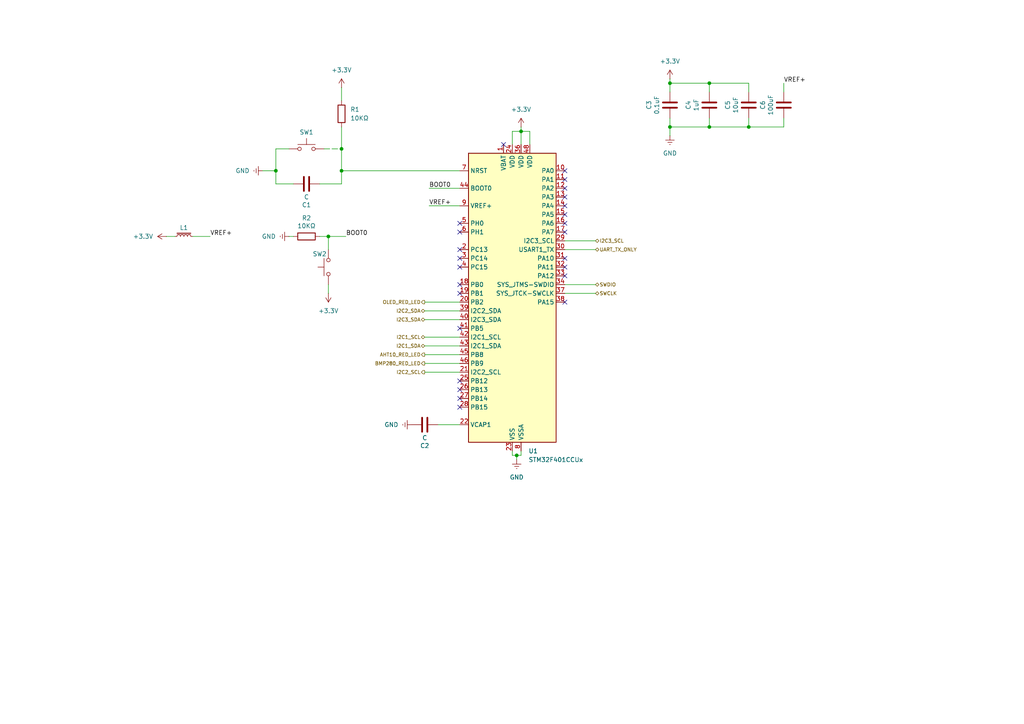
<source format=kicad_sch>
(kicad_sch (version 20250114) (generator "eeschema") (generator_version "9.0")
  (paper "A4")
  (title_block (title "MCU") (date "2026-01-20"))
  (lib_symbols
    (symbol "Device:C" (pin_numbers (hide yes)) (pin_names (offset 0.254))
      (property "Reference" "C" (at 0.635 2.54 0))
      (property "Value" "C" (at 0.635 -2.54 0))
      (symbol "C_0_1"
        (polyline (pts (xy -2.032 0.762) (xy 2.032 0.762)) (stroke (width 0.508)))
        (polyline (pts (xy -2.032 -0.762) (xy 2.032 -0.762)) (stroke (width 0.508)))
      )
      (symbol "C_1_1"
        (pin passive line (at 0 3.81 270) (length 2.794) (name "~") (number "1"))
        (pin passive line (at 0 -3.81 90) (length 2.794) (name "~") (number "2"))
      )
    )
    (symbol "Device:L_Iron_Small" (pin_numbers (hide yes)) (pin_names (offset 0.254) (hide yes))
      (property "Reference" "L" (at 1.27 1.016 0))
      (property "Value" "L_Iron_Small" (at 1.27 -1.27 0))
      (symbol "L_Iron_Small_0_1"
        (arc (start 0 2.032) (mid 0.5058 1.524) (end 0 1.016))
        (arc (start 0 1.016) (mid 0.5058 0.508) (end 0 0))
        (arc (start 0 0) (mid 0.5058 -0.508) (end 0 -1.016))
        (arc (start 0 -1.016) (mid 0.5058 -1.524) (end 0 -2.032))
        (polyline (pts (xy 0.762 2.032) (xy 0.762 -2.032)))
        (polyline (pts (xy 1.016 -2.032) (xy 1.016 2.032)))
      )
      (symbol "L_Iron_Small_1_1"
        (pin passive line (at 0 2.54 270) (length 0.508) (name "~") (number "1"))
        (pin passive line (at 0 -2.54 90) (length 0.508) (name "~") (number "2"))
      )
    )
    (symbol "Device:R" (pin_numbers (hide yes)) (pin_names (offset 0))
      (property "Reference" "R" (at 2.032 0 90))
      (property "Value" "R" (at 0 0 90))
      (symbol "R_0_1"
        (rectangle (start -1.016 -2.54) (end 1.016 2.54) (stroke (width 0.254)))
      )
      (symbol "R_1_1"
        (pin passive line (at 0 3.81 270) (length 1.27) (name "~") (number "1"))
        (pin passive line (at 0 -3.81 90) (length 1.27) (name "~") (number "2"))
      )
    )
    (symbol "MCU_ST_STM32F4:STM32F401CCUx"
      (property "Reference" "U" (at -12.7 44.45 0))
      (property "Value" "STM32F401CCUx" (at 7.62 44.45 0))
      (symbol "STM32F401CCUx_0_1"
        (rectangle (start -12.7 -40.64) (end 12.7 43.18) (stroke (width 0.254)) (fill (type background)))
      )
      (symbol "STM32F401CCUx_1_1"
        (pin input line (at -15.24 38.1 0) (length 2.54) (name "NRST") (number "7"))
        (pin input line (at -15.24 33.02 0) (length 2.54) (name "BOOT0") (number "44"))
        (pin input line (at -15.24 27.94 0) (length 2.54) (name "VREF+") (number "9"))
        (pin bidirectional line (at -15.24 22.86 0) (length 2.54) (name "PH0") (number "5"))
        (pin bidirectional line (at -15.24 20.32 0) (length 2.54) (name "PH1") (number "6"))
        (pin bidirectional line (at -15.24 15.24 0) (length 2.54) (name "PC13") (number "2"))
        (pin bidirectional line (at -15.24 12.7 0) (length 2.54) (name "PC14") (number "3"))
        (pin bidirectional line (at -15.24 10.16 0) (length 2.54) (name "PC15") (number "4"))
        (pin bidirectional line (at -15.24 5.08 0) (length 2.54) (name "PB0") (number "18"))
        (pin bidirectional line (at -15.24 2.54 0) (length 2.54) (name "PB1") (number "19"))
        (pin bidirectional line (at -15.24 0 0) (length 2.54) (name "PB2") (number "20"))
        (pin bidirectional line (at -15.24 -2.54 0) (length 2.54) (name "PB3") (number "39") (alternate "I2C2_SDA" bidirectional line))
        (pin bidirectional line (at -15.24 -5.08 0) (length 2.54) (name "PB4") (number "40") (alternate "I2C3_SDA" bidirectional line))
        (pin bidirectional line (at -15.24 -7.62 0) (length 2.54) (name "PB5") (number "41"))
        (pin bidirectional line (at -15.24 -10.16 0) (length 2.54) (name "PB6") (number "42") (alternate "I2C1_SCL" bidirectional line) (alternate "USART1_TX" bidirectional line))
        (pin bidirectional line (at -15.24 -12.7 0) (length 2.54) (name "PB7") (number "43") (alternate "I2C1_SDA" bidirectional line))
        (pin bidirectional line (at -15.24 -15.24 0) (length 2.54) (name "PB8") (number "45") (alternate "I2C1_SCL" bidirectional line))
        (pin bidirectional line (at -15.24 -17.78 0) (length 2.54) (name "PB9") (number "46") (alternate "I2C1_SDA" bidirectional line))
        (pin bidirectional line (at -15.24 -20.32 0) (length 2.54) (name "PB10") (number "21") (alternate "I2C2_SCL" bidirectional line))
        (pin bidirectional line (at -15.24 -22.86 0) (length 2.54) (name "PB12") (number "25"))
        (pin bidirectional line (at -15.24 -25.4 0) (length 2.54) (name "PB13") (number "26"))
        (pin bidirectional line (at -15.24 -27.94 0) (length 2.54) (name "PB14") (number "27"))
        (pin bidirectional line (at -15.24 -30.48 0) (length 2.54) (name "PB15") (number "28"))
        (pin power_out line (at -15.24 -35.56 0) (length 2.54) (name "VCAP1") (number "22"))
        (pin power_in line (at -2.54 45.72 270) (length 2.54) (name "VBAT") (number "1"))
        (pin power_in line (at 0 45.72 270) (length 2.54) (name "VDD") (number "24"))
        (pin power_in line (at 0 -43.18 90) (length 2.54) (name "VSS") (number "23"))
        (pin passive line (at 0 -43.18 90) (length 2.54) (hide yes) (name "VSS") (number "35"))
        (pin passive line (at 0 -43.18 90) (length 2.54) (hide yes) (name "VSS") (number "47"))
        (pin passive line (at 0 -43.18 90) (length 2.54) (hide yes) (name "VSS") (number "49"))
        (pin power_in line (at 2.54 45.72 270) (length 2.54) (name "VDD") (number "36"))
        (pin power_in line (at 2.54 -43.18 90) (length 2.54) (name "VSSA") (number "8"))
        (pin power_in line (at 5.08 45.72 270) (length 2.54) (name "VDD") (number "48"))
        (pin bidirectional line (at 15.24 38.1 180) (length 2.54) (name "PA0") (number "10"))
        (pin bidirectional line (at 15.24 35.56 180) (length 2.54) (name "PA1") (number "11"))
        (pin bidirectional line (at 15.24 33.02 180) (length 2.54) (name "PA2") (number "12"))
        (pin bidirectional line (at 15.24 30.48 180) (length 2.54) (name "PA3") (number "13"))
        (pin bidirectional line (at 15.24 27.94 180) (length 2.54) (name "PA4") (number "14"))
        (pin bidirectional line (at 15.24 25.4 180) (length 2.54) (name "PA5") (number "15"))
        (pin bidirectional line (at 15.24 22.86 180) (length 2.54) (name "PA6") (number "16"))
        (pin bidirectional line (at 15.24 20.32 180) (length 2.54) (name "PA7") (number "17"))
        (pin bidirectional line (at 15.24 17.78 180) (length 2.54) (name "PA8") (number "29") (alternate "I2C3_SCL" bidirectional line))
        (pin bidirectional line (at 15.24 15.24 180) (length 2.54) (name "PA9") (number "30") (alternate "USART1_TX" bidirectional line))
        (pin bidirectional line (at 15.24 12.7 180) (length 2.54) (name "PA10") (number "31"))
        (pin bidirectional line (at 15.24 10.16 180) (length 2.54) (name "PA11") (number "32"))
        (pin bidirectional line (at 15.24 7.62 180) (length 2.54) (name "PA12") (number "33"))
        (pin bidirectional line (at 15.24 5.08 180) (length 2.54) (name "PA13") (number "34") (alternate "SYS_JTMS-SWDIO" bidirectional line))
        (pin bidirectional line (at 15.24 2.54 180) (length 2.54) (name "PA14") (number "37") (alternate "SYS_JTCK-SWCLK" bidirectional line))
        (pin bidirectional line (at 15.24 0 180) (length 2.54) (name "PA15") (number "38"))
      )
    )
    (symbol "Switch:SW_Push" (pin_numbers (hide yes)) (pin_names (offset 1.016) (hide yes))
      (property "Reference" "SW" (at 1.27 2.54 0))
      (property "Value" "SW_Push" (at 0 -1.524 0))
      (symbol "SW_Push_0_1"
        (circle (center -2.032 0) (radius 0.508))
        (polyline (pts (xy 0 1.27) (xy 0 3.048)))
        (circle (center 2.032 0) (radius 0.508))
        (polyline (pts (xy 2.54 1.27) (xy -2.54 1.27)))
        (pin passive line (at -5.08 0 0) (length 2.54) (name "1") (number "1"))
        (pin passive line (at 5.08 0 180) (length 2.54) (name "2") (number "2"))
      )
    )
    (symbol "power:+3.3V" (power) (pin_numbers (hide yes)) (pin_names (offset 0) (hide yes))
      (property "Value" "+3.3V" (at 0 3.556 0))
      (symbol "+3.3V_0_1"
        (polyline (pts (xy -0.762 1.27) (xy 0 2.54)))
        (polyline (pts (xy 0 2.54) (xy 0.762 1.27)))
        (polyline (pts (xy 0 0) (xy 0 2.54)))
      )
      (symbol "+3.3V_1_1"
        (pin power_in line (at 0 0 90) (length 0) (name "~") (number "1"))
      )
    )
    (symbol "power:Earth" (power) (pin_numbers (hide yes)) (pin_names (offset 0) (hide yes))
      (property "Value" "Earth" (at 0 -3.81 0))
      (symbol "Earth_0_1"
        (polyline (pts (xy -0.635 -1.905) (xy 0.635 -1.905)))
        (polyline (pts (xy -0.127 -2.54) (xy 0.127 -2.54)))
        (polyline (pts (xy 0 -1.27) (xy 0 0)))
        (polyline (pts (xy 1.27 -1.27) (xy -1.27 -1.27)))
      )
      (symbol "Earth_1_1"
        (pin power_in line (at 0 0 270) (length 0) (name "~") (number "1"))
      )
    )
  )
  (junction (at 99.06 49.53))
  (junction (at 205.74 24.13))
  (junction (at 194.31 36.83))
  (junction (at 95.25 68.58))
  (junction (at 80.01 49.53))
  (junction (at 151.13 38.1))
  (junction (at 205.74 36.83))
  (junction (at 217.17 36.83))
  (junction (at 194.31 24.13))
  (junction (at 149.86 132.08))
  (junction (at 99.06 43.18))
  (no_connect (at 163.83 62.23))
  (no_connect (at 163.83 74.93))
  (no_connect (at 163.83 57.15))
  (no_connect (at 163.83 80.01))
  (no_connect (at 163.83 59.69))
  (no_connect (at 163.83 67.31))
  (no_connect (at 133.35 95.25))
  (no_connect (at 133.35 85.09))
  (no_connect (at 133.35 77.47))
  (no_connect (at 163.83 87.63))
  (no_connect (at 163.83 64.77))
  (no_connect (at 146.05 41.91))
  (no_connect (at 133.35 74.93))
  (no_connect (at 163.83 54.61))
  (no_connect (at 163.83 52.07))
  (no_connect (at 133.35 113.03))
  (no_connect (at 133.35 118.11))
  (no_connect (at 163.83 77.47))
  (no_connect (at 133.35 67.31))
  (no_connect (at 133.35 72.39))
  (no_connect (at 133.35 115.57))
  (no_connect (at 133.35 64.77))
  (no_connect (at 163.83 49.53))
  (no_connect (at 133.35 82.55))
  (no_connect (at 133.35 110.49))
  (wire (pts (xy 151.13 38.1) (xy 153.67 38.1)))
  (wire (pts (xy 99.06 53.34) (xy 92.71 53.34)))
  (wire (pts (xy 149.86 132.08) (xy 148.59 132.08)))
  (wire (pts (xy 217.17 24.13) (xy 217.17 26.67)))
  (wire (pts (xy 194.31 24.13) (xy 205.74 24.13)))
  (wire (pts (xy 194.31 36.83) (xy 205.74 36.83)))
  (wire (pts (xy 80.01 43.18) (xy 83.82 43.18)))
  (wire (pts (xy 95.25 68.58) (xy 95.25 72.39)))
  (wire (pts (xy 85.09 53.34) (xy 80.01 53.34)))
  (wire (pts (xy 93.98 43.18) (xy 99.06 43.18)) (stroke (width 0) (type dash)))
  (wire (pts (xy 99.06 49.53) (xy 133.35 49.53)))
  (wire (pts (xy 194.31 36.83) (xy 194.31 39.37)))
  (wire (pts (xy 151.13 38.1) (xy 151.13 41.91)))
  (wire (pts (xy 123.19 107.95) (xy 133.35 107.95)))
  (wire (pts (xy 123.19 102.87) (xy 133.35 102.87)))
  (wire (pts (xy 205.74 36.83) (xy 217.17 36.83)))
  (wire (pts (xy 163.83 72.39) (xy 172.72 72.39)))
  (wire (pts (xy 153.67 41.91) (xy 153.67 38.1)))
  (wire (pts (xy 123.19 87.63) (xy 133.35 87.63)))
  (wire (pts (xy 99.06 25.4) (xy 99.06 29.21)))
  (wire (pts (xy 92.71 68.58) (xy 95.25 68.58)))
  (wire (pts (xy 55.88 68.58) (xy 60.96 68.58)))
  (wire (pts (xy 151.13 130.81) (xy 151.13 132.08)))
  (wire (pts (xy 205.74 24.13) (xy 217.17 24.13)))
  (wire (pts (xy 123.19 90.17) (xy 133.35 90.17)))
  (wire (pts (xy 123.19 105.41) (xy 133.35 105.41)))
  (wire (pts (xy 99.06 43.18) (xy 99.06 49.53)))
  (wire (pts (xy 148.59 38.1) (xy 151.13 38.1)))
  (wire (pts (xy 163.83 69.85) (xy 172.72 69.85)))
  (wire (pts (xy 124.46 54.61) (xy 133.35 54.61)))
  (wire (pts (xy 149.86 133.35) (xy 149.86 132.08)))
  (wire (pts (xy 124.46 59.69) (xy 133.35 59.69)))
  (wire (pts (xy 217.17 36.83) (xy 227.33 36.83)))
  (wire (pts (xy 194.31 34.29) (xy 194.31 36.83)))
  (wire (pts (xy 123.19 92.71) (xy 133.35 92.71)))
  (wire (pts (xy 205.74 36.83) (xy 205.74 34.29)))
  (wire (pts (xy 163.83 85.09) (xy 172.72 85.09)))
  (wire (pts (xy 194.31 22.86) (xy 194.31 24.13)))
  (wire (pts (xy 151.13 36.83) (xy 151.13 38.1)))
  (wire (pts (xy 149.86 132.08) (xy 151.13 132.08)))
  (wire (pts (xy 76.2 49.53) (xy 80.01 49.53)))
  (wire (pts (xy 99.06 53.34) (xy 99.06 49.53)))
  (wire (pts (xy 80.01 43.18) (xy 80.01 49.53)))
  (wire (pts (xy 127 123.19) (xy 133.35 123.19)))
  (wire (pts (xy 205.74 24.13) (xy 205.74 26.67)))
  (wire (pts (xy 95.25 68.58) (xy 100.33 68.58)))
  (wire (pts (xy 95.25 85.09) (xy 95.25 82.55)))
  (wire (pts (xy 123.19 97.79) (xy 133.35 97.79)))
  (wire (pts (xy 123.19 100.33) (xy 133.35 100.33)))
  (wire (pts (xy 194.31 24.13) (xy 194.31 26.67)))
  (wire (pts (xy 83.82 68.58) (xy 85.09 68.58)))
  (wire (pts (xy 163.83 82.55) (xy 172.72 82.55)))
  (wire (pts (xy 227.33 24.13) (xy 227.33 26.67)))
  (wire (pts (xy 217.17 34.29) (xy 217.17 36.83)))
  (wire (pts (xy 148.59 132.08) (xy 148.59 130.81)))
  (wire (pts (xy 80.01 49.53) (xy 80.01 53.34)))
  (wire (pts (xy 227.33 34.29) (xy 227.33 36.83)))
  (wire (pts (xy 99.06 36.83) (xy 99.06 43.18)))
  (wire (pts (xy 148.59 41.91) (xy 148.59 38.1)))
  (wire (pts (xy 48.26 68.58) (xy 50.8 68.58)))
  (label "BOOT0" (at 100.33 68.58 0))
  (label "VREF+" (at 227.33 24.13 0))
  (label "VREF+" (at 60.96 68.58 0))
  (label "BOOT0" (at 124.46 54.61 0))
  (label "VREF+" (at 124.46 59.69 0))
  (hierarchical_label "AHT10_RED_LED" (shape output) (at 123.19 102.87 180) (effects (font (size 1 1))))
  (hierarchical_label "BMP280_RED_LED" (shape output) (at 123.19 105.41 180) (effects (font (size 1 1))))
  (hierarchical_label "I2C1_SDA" (shape bidirectional) (at 123.19 100.33 180) (effects (font (size 1 1))))
  (hierarchical_label "I2C3_SCL" (shape bidirectional) (at 172.72 69.85 0) (effects (font (size 1 1))))
  (hierarchical_label "I2C3_SDA" (shape bidirectional) (at 123.19 92.71 180) (effects (font (size 1 1))))
  (hierarchical_label "SWDIO" (shape bidirectional) (at 172.72 82.55 0) (effects (font (size 1 1))))
  (hierarchical_label "SWCLK" (shape bidirectional) (at 172.72 85.09 0) (effects (font (size 1 1))))
  (hierarchical_label "I2C2_SDA" (shape bidirectional) (at 123.19 90.17 180) (effects (font (size 1 1))))
  (hierarchical_label "I2C1_SCL" (shape bidirectional) (at 123.19 97.79 180) (effects (font (size 1 1))))
  (hierarchical_label "UART_TX_ONLY" (shape bidirectional) (at 172.72 72.39 0) (effects (font (size 1 1))))
  (hierarchical_label "I2C2_SCL" (shape output) (at 123.19 107.95 180) (effects (font (size 1 1))))
  (hierarchical_label "OLED_RED_LED" (shape output) (at 123.19 87.63 180) (effects (font (size 1 1))))
  (symbol (lib_id "Device:C") (at 194.31 30.48 0) (mirror x) (unit 1)
    (property "Reference" "C3" (at 188.214 30.48 90))
    (property "Value" "0.1uF" (at 190.5 30.48 90))
    (property "Description" "Unpolarized capacitor" (effects (hide yes)))
  )
  (symbol (lib_id "Device:R") (at 99.06 33.02 0) (unit 1)
    (property "Reference" "R1" (at 101.6 31.7499 0) (effects (justify left)))
    (property "Value" "10KΩ" (at 101.6 34.2899 0) (effects (justify left)))
    (property "Description" "Resistor" (effects (hide yes)))
  )
  (symbol (lib_id "Switch:SW_Push") (at 88.9 43.18 0) (unit 1)
    (property "Reference" "SW1" (at 88.9 38.354 0))
    (property "Value" "SW_Push" (effects (hide yes)))
    (property "Description" "Push button switch, generic, two pins" (effects (hide yes)))
  )
  (symbol (lib_id "MCU_ST_STM32F4:STM32F401CCUx") (at 148.59 87.63 0) (unit 1)
    (property "Reference" "U1" (at 153.2733 130.81 0) (effects (justify left)))
    (property "Value" "STM32F401CCUx" (at 153.2733 133.35 0) (effects (justify left)))
    (property "Footprint" "Package_DFN_QFN:QFN-48-1EP_7x7mm_P0.5mm_EP5.6x5.6mm" (effects (hide yes)))
    (property "Datasheet" "https://www.st.com/resource/en/datasheet/stm32f401cc.pdf" (effects (hide yes)))
    (property "Description" "STMicroelectronics Arm Cortex-M4 MCU, 256KB flash, 64KB RAM, 84 MHz, 1.7-3.6V, 36 GPIO, UFQFPN48" (effects (hide yes)))
    (pin "39" (alternate "I2C2_SDA"))
    (pin "42" (alternate "I2C1_SCL"))
    (pin "40" (alternate "I2C3_SDA"))
    (pin "30" (alternate "USART1_TX"))
    (pin "43" (alternate "I2C1_SDA"))
    (pin "21" (alternate "I2C2_SCL"))
    (pin "29" (alternate "I2C3_SCL"))
    (pin "34" (alternate "SYS_JTMS-SWDIO"))
    (pin "37" (alternate "SYS_JTCK-SWCLK"))
  )
  (symbol (lib_id "power:Earth") (at 83.82 68.58 270) (unit 1)
    (property "Reference" "#PWR03" (effects (hide yes)))
    (property "Value" "GND" (at 80.01 68.5799 90) (effects (justify right)))
    (property "Description" "Power symbol creates a global label with name \"Earth\"" (effects (hide yes)))
  )
  (symbol (lib_id "power:Earth") (at 76.2 49.53 270) (unit 1)
    (property "Reference" "#PWR02" (effects (hide yes)))
    (property "Value" "GND" (at 72.39 49.5299 90) (effects (justify right)))
    (property "Description" "Power symbol creates a global label with name \"Earth\"" (effects (hide yes)))
  )
  (symbol (lib_id "Device:C") (at 227.33 30.48 0) (mirror x) (unit 1)
    (property "Reference" "C6" (at 221.234 30.48 90))
    (property "Value" "100uF" (at 223.52 30.48 90))
    (property "Description" "Unpolarized capacitor" (effects (hide yes)))
  )
  (symbol (lib_id "Device:C") (at 205.74 30.48 0) (mirror x) (unit 1)
    (property "Reference" "C4" (at 199.644 30.48 90))
    (property "Value" "1uF" (at 201.93 30.48 90))
    (property "Description" "Unpolarized capacitor" (effects (hide yes)))
  )
  (symbol (lib_id "power:+3.3V") (at 194.31 22.86 0) (unit 1)
    (property "Reference" "#PWR09" (effects (hide yes)))
    (property "Value" "+3.3V" (at 194.31 17.78 0))
    (property "Description" "Power symbol creates a global label with name \"+3.3V\"" (effects (hide yes)))
  )
  (symbol (lib_id "Device:C") (at 88.9 53.34 270) (mirror x) (unit 1)
    (property "Reference" "C1" (at 88.9 59.436 90))
    (property "Value" "C" (at 88.9 57.15 90))
    (property "Description" "Unpolarized capacitor" (effects (hide yes)))
  )
  (symbol (lib_id "Switch:SW_Push") (at 95.25 77.47 90) (unit 1)
    (property "Reference" "SW2" (at 92.71 73.66 90))
    (property "Value" "SW_Push" (effects (hide yes)))
    (property "Description" "Push button switch, generic, two pins" (effects (hide yes)))
  )
  (symbol (lib_id "power:+3.3V") (at 99.06 25.4 0) (unit 1)
    (property "Reference" "#PWR01" (effects (hide yes)))
    (property "Value" "+3.3V" (at 99.06 20.32 0))
    (property "Description" "Power symbol creates a global label with name \"+3.3V\"" (effects (hide yes)))
  )
  (symbol (lib_id "power:Earth") (at 194.31 39.37 0) (unit 1)
    (property "Reference" "#PWR010" (effects (hide yes)))
    (property "Value" "GND" (at 194.31 44.45 0))
    (property "Description" "Power symbol creates a global label with name \"Earth\"" (effects (hide yes)))
  )
  (symbol (lib_id "Device:C") (at 123.19 123.19 270) (mirror x) (unit 1)
    (property "Reference" "C2" (at 123.19 129.286 90))
    (property "Value" "C" (at 123.19 127 90))
    (property "Description" "Unpolarized capacitor" (effects (hide yes)))
  )
  (symbol (lib_id "power:+3.3V") (at 95.25 85.09 180) (unit 1)
    (property "Reference" "#PWR04" (effects (hide yes)))
    (property "Value" "+3.3V" (at 95.25 90.17 0))
    (property "Description" "Power symbol creates a global label with name \"+3.3V\"" (effects (hide yes)))
  )
  (symbol (lib_id "power:+3.3V") (at 48.26 68.58 90) (unit 1)
    (property "Reference" "#PWR011" (effects (hide yes)))
    (property "Value" "+3.3V" (at 44.45 68.5799 90) (effects (justify left)))
    (property "Description" "Power symbol creates a global label with name \"+3.3V\"" (effects (hide yes)))
  )
  (symbol (lib_id "power:Earth") (at 119.38 123.19 270) (unit 1)
    (property "Reference" "#PWR08" (effects (hide yes)))
    (property "Value" "GND" (at 115.57 123.1899 90) (effects (justify right)))
    (property "Description" "Power symbol creates a global label with name \"Earth\"" (effects (hide yes)))
  )
  (symbol (lib_id "power:Earth") (at 149.86 133.35 0) (unit 1)
    (property "Reference" "#PWR07" (effects (hide yes)))
    (property "Value" "GND" (at 149.86 138.43 0))
    (property "Description" "Power symbol creates a global label with name \"Earth\"" (effects (hide yes)))
  )
  (symbol (lib_id "Device:L_Iron_Small") (at 53.34 68.58 90) (unit 1)
    (property "Reference" "L1" (at 53.34 66.04 90))
    (property "Value" "L_Iron_Small" (effects (hide yes)))
    (property "Description" "Inductor with iron core, small symbol" (effects (hide yes)))
  )
  (symbol (lib_id "Device:R") (at 88.9 68.58 90) (unit 1)
    (property "Reference" "R2" (at 88.9 63.246 90))
    (property "Value" "10KΩ" (at 88.9 65.532 90))
    (property "Description" "Resistor" (effects (hide yes)))
  )
  (symbol (lib_id "Device:C") (at 217.17 30.48 0) (mirror x) (unit 1)
    (property "Reference" "C5" (at 211.074 30.48 90))
    (property "Value" "10uF" (at 213.36 30.48 90))
    (property "Description" "Unpolarized capacitor" (effects (hide yes)))
  )
  (symbol (lib_id "power:+3.3V") (at 151.13 36.83 0) (unit 1)
    (property "Reference" "#PWR06" (effects (hide yes)))
    (property "Value" "+3.3V" (at 151.13 31.75 0))
    (property "Description" "Power symbol creates a global label with name \"+3.3V\"" (effects (hide yes)))
  )
)
</source>
